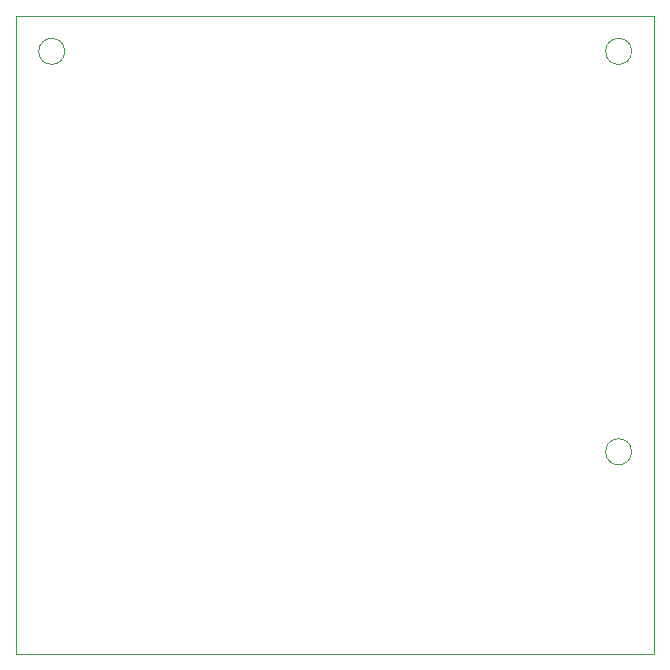
<source format=gm1>
%TF.GenerationSoftware,KiCad,Pcbnew,(5.1.10)-1*%
%TF.CreationDate,2021-12-21T20:20:17-05:00*%
%TF.ProjectId,SlimeVRMotherBoard,536c696d-6556-4524-9d6f-74686572426f,rev?*%
%TF.SameCoordinates,Original*%
%TF.FileFunction,Profile,NP*%
%FSLAX46Y46*%
G04 Gerber Fmt 4.6, Leading zero omitted, Abs format (unit mm)*
G04 Created by KiCad (PCBNEW (5.1.10)-1) date 2021-12-21 20:20:17*
%MOMM*%
%LPD*%
G01*
G04 APERTURE LIST*
%TA.AperFunction,Profile*%
%ADD10C,0.050000*%
%TD*%
G04 APERTURE END LIST*
D10*
X186100000Y-131900000D02*
G75*
G03*
X186100000Y-131900000I-1100000J0D01*
G01*
X138100000Y-98000000D02*
G75*
G03*
X138100000Y-98000000I-1100000J0D01*
G01*
X186100000Y-98000000D02*
G75*
G03*
X186100000Y-98000000I-1100000J0D01*
G01*
X188000000Y-95000000D02*
X188000000Y-149000000D01*
X134000000Y-95000000D02*
X188000000Y-95000000D01*
X134000000Y-149000000D02*
X134000000Y-95000000D01*
X188000000Y-149000000D02*
X134000000Y-149000000D01*
M02*

</source>
